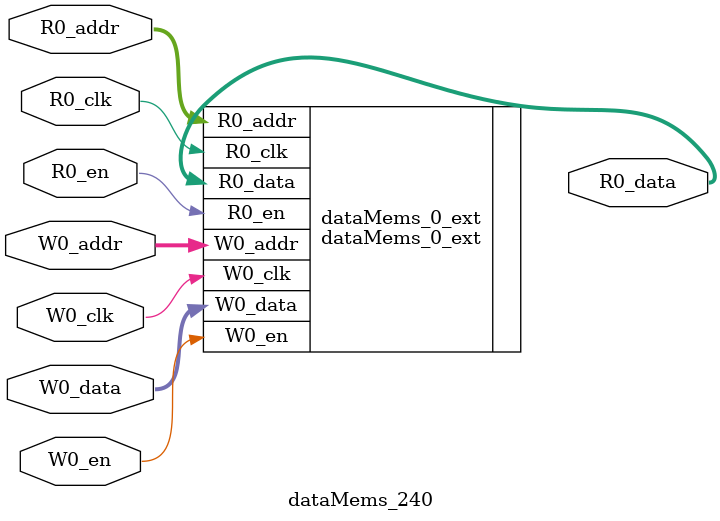
<source format=sv>
`ifndef RANDOMIZE
  `ifdef RANDOMIZE_REG_INIT
    `define RANDOMIZE
  `endif // RANDOMIZE_REG_INIT
`endif // not def RANDOMIZE
`ifndef RANDOMIZE
  `ifdef RANDOMIZE_MEM_INIT
    `define RANDOMIZE
  `endif // RANDOMIZE_MEM_INIT
`endif // not def RANDOMIZE

`ifndef RANDOM
  `define RANDOM $random
`endif // not def RANDOM

// Users can define 'PRINTF_COND' to add an extra gate to prints.
`ifndef PRINTF_COND_
  `ifdef PRINTF_COND
    `define PRINTF_COND_ (`PRINTF_COND)
  `else  // PRINTF_COND
    `define PRINTF_COND_ 1
  `endif // PRINTF_COND
`endif // not def PRINTF_COND_

// Users can define 'ASSERT_VERBOSE_COND' to add an extra gate to assert error printing.
`ifndef ASSERT_VERBOSE_COND_
  `ifdef ASSERT_VERBOSE_COND
    `define ASSERT_VERBOSE_COND_ (`ASSERT_VERBOSE_COND)
  `else  // ASSERT_VERBOSE_COND
    `define ASSERT_VERBOSE_COND_ 1
  `endif // ASSERT_VERBOSE_COND
`endif // not def ASSERT_VERBOSE_COND_

// Users can define 'STOP_COND' to add an extra gate to stop conditions.
`ifndef STOP_COND_
  `ifdef STOP_COND
    `define STOP_COND_ (`STOP_COND)
  `else  // STOP_COND
    `define STOP_COND_ 1
  `endif // STOP_COND
`endif // not def STOP_COND_

// Users can define INIT_RANDOM as general code that gets injected into the
// initializer block for modules with registers.
`ifndef INIT_RANDOM
  `define INIT_RANDOM
`endif // not def INIT_RANDOM

// If using random initialization, you can also define RANDOMIZE_DELAY to
// customize the delay used, otherwise 0.002 is used.
`ifndef RANDOMIZE_DELAY
  `define RANDOMIZE_DELAY 0.002
`endif // not def RANDOMIZE_DELAY

// Define INIT_RANDOM_PROLOG_ for use in our modules below.
`ifndef INIT_RANDOM_PROLOG_
  `ifdef RANDOMIZE
    `ifdef VERILATOR
      `define INIT_RANDOM_PROLOG_ `INIT_RANDOM
    `else  // VERILATOR
      `define INIT_RANDOM_PROLOG_ `INIT_RANDOM #`RANDOMIZE_DELAY begin end
    `endif // VERILATOR
  `else  // RANDOMIZE
    `define INIT_RANDOM_PROLOG_
  `endif // RANDOMIZE
`endif // not def INIT_RANDOM_PROLOG_

// Include register initializers in init blocks unless synthesis is set
`ifndef SYNTHESIS
  `ifndef ENABLE_INITIAL_REG_
    `define ENABLE_INITIAL_REG_
  `endif // not def ENABLE_INITIAL_REG_
`endif // not def SYNTHESIS

// Include rmemory initializers in init blocks unless synthesis is set
`ifndef SYNTHESIS
  `ifndef ENABLE_INITIAL_MEM_
    `define ENABLE_INITIAL_MEM_
  `endif // not def ENABLE_INITIAL_MEM_
`endif // not def SYNTHESIS

module dataMems_240(	// @[generators/ara/src/main/scala/UnsafeAXI4ToTL.scala:365:62]
  input  [4:0]   R0_addr,
  input          R0_en,
  input          R0_clk,
  output [130:0] R0_data,
  input  [4:0]   W0_addr,
  input          W0_en,
  input          W0_clk,
  input  [130:0] W0_data
);

  dataMems_0_ext dataMems_0_ext (	// @[generators/ara/src/main/scala/UnsafeAXI4ToTL.scala:365:62]
    .R0_addr (R0_addr),
    .R0_en   (R0_en),
    .R0_clk  (R0_clk),
    .R0_data (R0_data),
    .W0_addr (W0_addr),
    .W0_en   (W0_en),
    .W0_clk  (W0_clk),
    .W0_data (W0_data)
  );
endmodule


</source>
